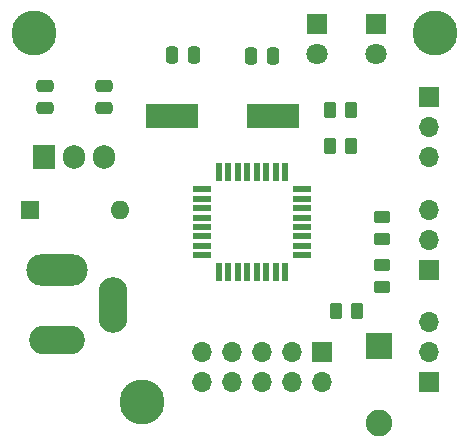
<source format=gbr>
%TF.GenerationSoftware,KiCad,Pcbnew,8.0.5*%
%TF.CreationDate,2024-11-04T19:37:10-07:00*%
%TF.ProjectId,ProjectPCB,50726f6a-6563-4745-9043-422e6b696361,rev?*%
%TF.SameCoordinates,Original*%
%TF.FileFunction,Soldermask,Top*%
%TF.FilePolarity,Negative*%
%FSLAX46Y46*%
G04 Gerber Fmt 4.6, Leading zero omitted, Abs format (unit mm)*
G04 Created by KiCad (PCBNEW 8.0.5) date 2024-11-04 19:37:10*
%MOMM*%
%LPD*%
G01*
G04 APERTURE LIST*
G04 Aperture macros list*
%AMRoundRect*
0 Rectangle with rounded corners*
0 $1 Rounding radius*
0 $2 $3 $4 $5 $6 $7 $8 $9 X,Y pos of 4 corners*
0 Add a 4 corners polygon primitive as box body*
4,1,4,$2,$3,$4,$5,$6,$7,$8,$9,$2,$3,0*
0 Add four circle primitives for the rounded corners*
1,1,$1+$1,$2,$3*
1,1,$1+$1,$4,$5*
1,1,$1+$1,$6,$7*
1,1,$1+$1,$8,$9*
0 Add four rect primitives between the rounded corners*
20,1,$1+$1,$2,$3,$4,$5,0*
20,1,$1+$1,$4,$5,$6,$7,0*
20,1,$1+$1,$6,$7,$8,$9,0*
20,1,$1+$1,$8,$9,$2,$3,0*%
G04 Aperture macros list end*
%ADD10C,3.800000*%
%ADD11O,5.204000X2.704000*%
%ADD12O,4.704000X2.454000*%
%ADD13O,2.454000X4.704000*%
%ADD14RoundRect,0.250000X0.262500X0.450000X-0.262500X0.450000X-0.262500X-0.450000X0.262500X-0.450000X0*%
%ADD15R,1.700000X1.700000*%
%ADD16O,1.700000X1.700000*%
%ADD17R,4.500000X2.000000*%
%ADD18R,2.250000X2.250000*%
%ADD19C,2.250000*%
%ADD20R,1.600000X1.600000*%
%ADD21O,1.600000X1.600000*%
%ADD22RoundRect,0.250000X-0.250000X-0.475000X0.250000X-0.475000X0.250000X0.475000X-0.250000X0.475000X0*%
%ADD23RoundRect,0.250000X0.475000X-0.250000X0.475000X0.250000X-0.475000X0.250000X-0.475000X-0.250000X0*%
%ADD24RoundRect,0.250000X0.250000X0.475000X-0.250000X0.475000X-0.250000X-0.475000X0.250000X-0.475000X0*%
%ADD25R,1.905000X2.000000*%
%ADD26O,1.905000X2.000000*%
%ADD27R,0.550000X1.600000*%
%ADD28R,1.600000X0.550000*%
%ADD29RoundRect,0.250000X-0.450000X0.262500X-0.450000X-0.262500X0.450000X-0.262500X0.450000X0.262500X0*%
%ADD30R,1.800000X1.800000*%
%ADD31C,1.800000*%
%ADD32RoundRect,0.250000X0.450000X-0.262500X0.450000X0.262500X-0.450000X0.262500X-0.450000X-0.262500X0*%
G04 APERTURE END LIST*
D10*
%TO.C,H3*%
X158000000Y-86000000D03*
%TD*%
%TO.C,H2*%
X133200000Y-117200000D03*
%TD*%
%TO.C,H1*%
X124000000Y-86000000D03*
%TD*%
D11*
%TO.C,J5*%
X126000000Y-106000000D03*
D12*
X126000000Y-112000000D03*
D13*
X130700000Y-109000000D03*
%TD*%
D14*
%TO.C,R4*%
X150912500Y-92500000D03*
X149087500Y-92500000D03*
%TD*%
D15*
%TO.C,J3*%
X157500000Y-106000000D03*
D16*
X157500000Y-103460000D03*
X157500000Y-100920000D03*
%TD*%
D17*
%TO.C,Y1*%
X144250000Y-93000000D03*
X135750000Y-93000000D03*
%TD*%
D18*
%TO.C,SW1*%
X153250000Y-112500000D03*
D19*
X153250000Y-119000000D03*
%TD*%
D20*
%TO.C,SW2*%
X123660000Y-101000000D03*
D21*
X131280000Y-101000000D03*
%TD*%
D22*
%TO.C,C2*%
X135700000Y-87800000D03*
X137600000Y-87800000D03*
%TD*%
D14*
%TO.C,R5*%
X150912500Y-95500000D03*
X149087500Y-95500000D03*
%TD*%
D23*
%TO.C,C4*%
X130000000Y-92350000D03*
X130000000Y-90450000D03*
%TD*%
D24*
%TO.C,C1*%
X144300000Y-87900000D03*
X142400000Y-87900000D03*
%TD*%
D15*
%TO.C,J1*%
X148375000Y-112975000D03*
D16*
X148375000Y-115515000D03*
X145835000Y-112975000D03*
X145835000Y-115515000D03*
X143295000Y-112975000D03*
X143295000Y-115515000D03*
X140755000Y-112975000D03*
X140755000Y-115515000D03*
X138215000Y-112975000D03*
X138215000Y-115515000D03*
%TD*%
D14*
%TO.C,R1*%
X151412500Y-109500000D03*
X149587500Y-109500000D03*
%TD*%
D25*
%TO.C,U2*%
X124920000Y-96500000D03*
D26*
X127460000Y-96500000D03*
X130000000Y-96500000D03*
%TD*%
D15*
%TO.C,J2*%
X157500000Y-115500000D03*
D16*
X157500000Y-112960000D03*
X157500000Y-110420000D03*
%TD*%
D23*
%TO.C,C3*%
X125000000Y-92350000D03*
X125000000Y-90450000D03*
%TD*%
D27*
%TO.C,U1*%
X145300000Y-97750000D03*
X144500000Y-97750000D03*
X143700000Y-97750000D03*
X142900000Y-97750000D03*
X142100000Y-97750000D03*
X141300000Y-97750000D03*
X140500000Y-97750000D03*
X139700000Y-97750000D03*
D28*
X138250000Y-99200000D03*
X138250000Y-100000000D03*
X138250000Y-100800000D03*
X138250000Y-101600000D03*
X138250000Y-102400000D03*
X138250000Y-103200000D03*
X138250000Y-104000000D03*
X138250000Y-104800000D03*
D27*
X139700000Y-106250000D03*
X140500000Y-106250000D03*
X141300000Y-106250000D03*
X142100000Y-106250000D03*
X142900000Y-106250000D03*
X143700000Y-106250000D03*
X144500000Y-106250000D03*
X145300000Y-106250000D03*
D28*
X146750000Y-104800000D03*
X146750000Y-104000000D03*
X146750000Y-103200000D03*
X146750000Y-102400000D03*
X146750000Y-101600000D03*
X146750000Y-100800000D03*
X146750000Y-100000000D03*
X146750000Y-99200000D03*
%TD*%
D29*
%TO.C,R3*%
X153500000Y-105627500D03*
X153500000Y-107452500D03*
%TD*%
D30*
%TO.C,D2*%
X153000000Y-85225000D03*
D31*
X153000000Y-87765000D03*
%TD*%
D32*
%TO.C,R2*%
X153500000Y-103412500D03*
X153500000Y-101587500D03*
%TD*%
D30*
%TO.C,D1*%
X148000000Y-85185000D03*
D31*
X148000000Y-87725000D03*
%TD*%
D15*
%TO.C,J4*%
X157500000Y-91420000D03*
D16*
X157500000Y-93960000D03*
X157500000Y-96500000D03*
%TD*%
M02*

</source>
